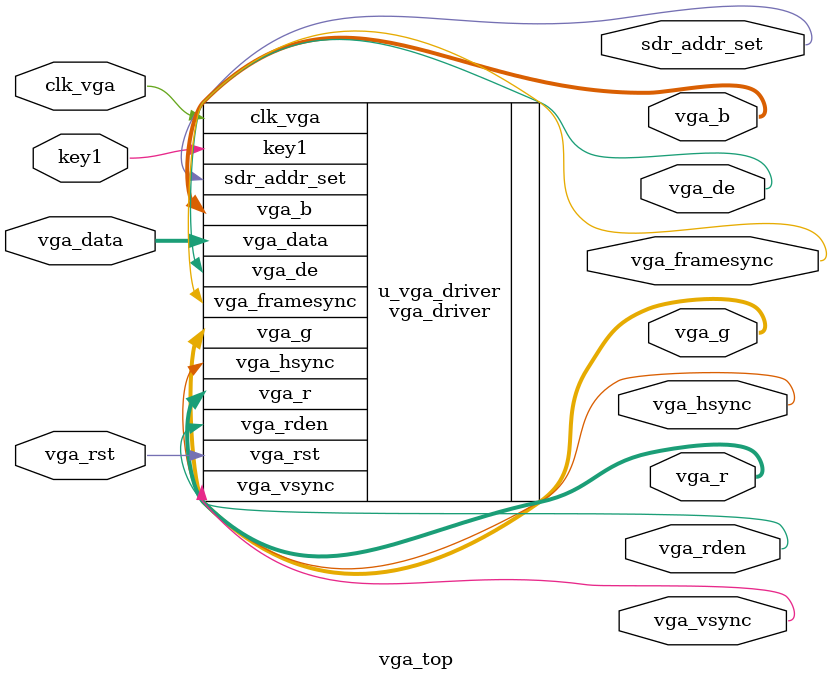
<source format=v>
/*-------------------------------------------------------------------------
Filename			:		vga_top.v
==========================================================================*/
module vga_top
(  	
	//global clock
	input			clk_vga,			//system clock
	input			vga_rst,     	//sync reset
	input       key1,          //key1
	
	//lcd interface
	output			vga_de,		   //vga blank
	output			vga_hsync,	  	//vga horizontal sync
	output			vga_vsync,	   //vga vertical sync
	output	[4:0]	vga_r,		   //vga display data
	output	[5:0]	vga_g,		   //vga display data	
	output	[4:0]	vga_b,		   //vga display data
	
	//user interface
	output			   vga_rden,	//vga data request
	output            sdr_addr_set,
	output			   vga_framesync,	//vga frame sync
	input  	[15:0]	vga_data	      //vga data 16bit
);	  


//-------------------------------------
vga_driver u_vga_driver
(
	//global clock
	.clk_vga			(clk_vga),		
	.vga_rst			(vga_rst), 
	.key1		      (key1),	
	
	 //lcd interface
	.vga_de		   (vga_de),
	.vga_hsync		(vga_hsync),		    	
	.vga_vsync		(vga_vsync),
	.vga_r			(vga_r),	
	.vga_g			(vga_g),	
	.vga_b			(vga_b),		
	
	//user interface
	.vga_rden   	(vga_rden),
	.vga_framesync	(vga_framesync),
	.vga_data	   (vga_data),	
	.sdr_addr_set	(sdr_addr_set)	
	
	
);

endmodule



</source>
